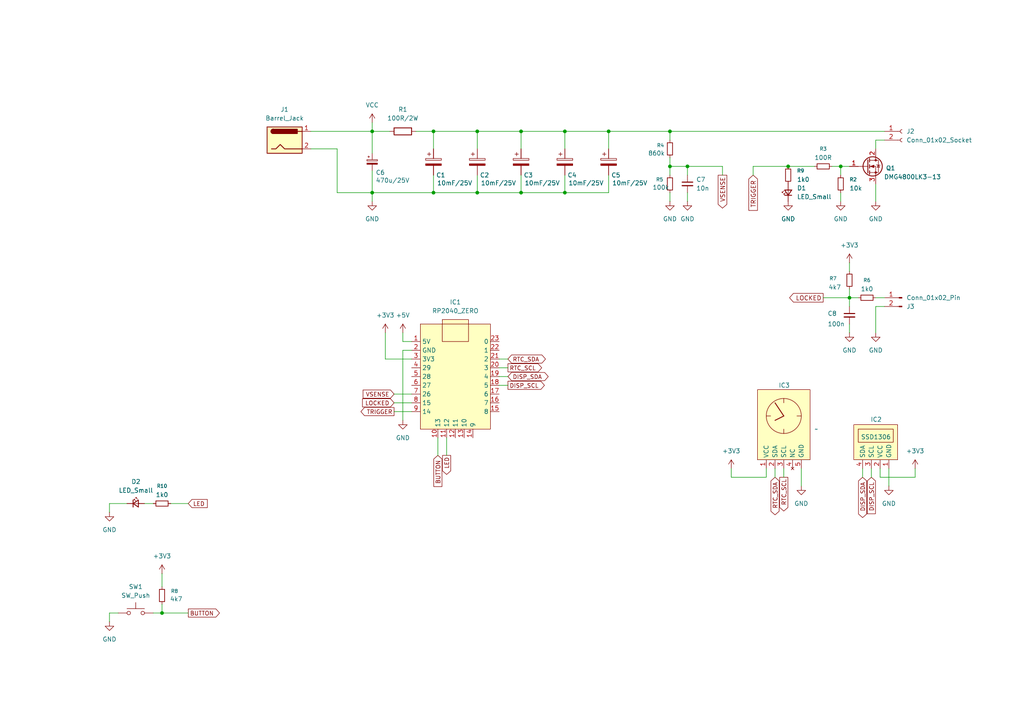
<source format=kicad_sch>
(kicad_sch (version 20250114) (generator "eeschema") (generator_version "9.0")
  (paper "A4")
  (lib_symbols
    (symbol "Connector:Barrel_Jack" (pin_names (offset 1.016))
      (property "Reference" "J" (at 0 5.334 0))
      (property "Value" "Barrel_Jack" (at 0 -5.08 0))
      (symbol "Barrel_Jack_0_1"
        (rectangle (start -5.08 3.81) (end 5.08 -3.81) (stroke (width 0.254)) (fill (type background)))
        (polyline (pts (xy -3.81 -2.54) (xy -2.54 -2.54) (xy -1.27 -1.27) (xy 0 -2.54) (xy 2.54 -2.54) (xy 5.08 -2.54)) (stroke (width 0.254)))
        (arc (start -3.302 1.905) (mid -3.9343 2.54) (end -3.302 3.175) (stroke (width 0.254)))
        (arc (start -3.302 1.905) (mid -3.9343 2.54) (end -3.302 3.175) (stroke (width 0.254)) (fill (type outline)))
        (rectangle (start 3.683 3.175) (end -3.302 1.905) (stroke (width 0.254)) (fill (type outline)))
        (polyline (pts (xy 5.08 2.54) (xy 3.81 2.54)) (stroke (width 0.254)))
      )
      (symbol "Barrel_Jack_1_1"
        (pin passive line (at 7.62 2.54 180) (length 2.54) (name "~") (number "1"))
        (pin passive line (at 7.62 -2.54 180) (length 2.54) (name "~") (number "2"))
      )
    )
    (symbol "Connector:Conn_01x02_Pin" (pin_names (offset 1.016) (hide yes))
      (property "Reference" "J" (at 0 2.54 0))
      (property "Value" "Conn_01x02_Pin" (at 0 -5.08 0))
      (symbol "Conn_01x02_Pin_1_1"
        (rectangle (start 0.8636 0.127) (end 0 -0.127) (stroke (width 0.1524)) (fill (type outline)))
        (rectangle (start 0.8636 -2.413) (end 0 -2.667) (stroke (width 0.1524)) (fill (type outline)))
        (polyline (pts (xy 1.27 0) (xy 0.8636 0)) (stroke (width 0.1524)))
        (polyline (pts (xy 1.27 -2.54) (xy 0.8636 -2.54)) (stroke (width 0.1524)))
        (pin passive line (at 5.08 0 180) (length 3.81) (name "Pin_1") (number "1"))
        (pin passive line (at 5.08 -2.54 180) (length 3.81) (name "Pin_2") (number "2"))
      )
    )
    (symbol "Connector:Conn_01x02_Socket" (pin_names (offset 1.016) (hide yes))
      (property "Reference" "J" (at 0 2.54 0))
      (property "Value" "Conn_01x02_Socket" (at 0 -5.08 0))
      (symbol "Conn_01x02_Socket_1_1"
        (polyline (pts (xy -1.27 0) (xy -0.508 0)) (stroke (width 0.1524)))
        (polyline (pts (xy -1.27 -2.54) (xy -0.508 -2.54)) (stroke (width 0.1524)))
        (arc (start 0 -0.508) (mid -0.5058 0) (end 0 0.508) (stroke (width 0.1524)))
        (arc (start 0 -3.048) (mid -0.5058 -2.54) (end 0 -2.032) (stroke (width 0.1524)))
        (pin passive line (at -5.08 0 0) (length 3.81) (name "Pin_1") (number "1"))
        (pin passive line (at -5.08 -2.54 0) (length 3.81) (name "Pin_2") (number "2"))
      )
    )
    (symbol "Device:C_Polarized" (pin_numbers (hide yes)) (pin_names (offset 0.254))
      (property "Reference" "C" (at 0.635 2.54 0))
      (property "Value" "C_Polarized" (at 0.635 -2.54 0))
      (symbol "C_Polarized_0_1"
        (rectangle (start -2.286 0.508) (end 2.286 1.016))
        (polyline (pts (xy -1.778 2.286) (xy -0.762 2.286)))
        (polyline (pts (xy -1.27 2.794) (xy -1.27 1.778)))
        (rectangle (start 2.286 -0.508) (end -2.286 -1.016) (fill (type outline)))
      )
      (symbol "C_Polarized_1_1"
        (pin passive line (at 0 3.81 270) (length 2.794) (name "~") (number "1"))
        (pin passive line (at 0 -3.81 90) (length 2.794) (name "~") (number "2"))
      )
    )
    (symbol "Device:C_Polarized_Small" (pin_numbers (hide yes)) (pin_names (offset 0.254) (hide yes))
      (property "Reference" "C" (at 0.254 1.778 0))
      (property "Value" "C_Polarized_Small" (at 0.254 -2.032 0))
      (symbol "C_Polarized_Small_0_1"
        (rectangle (start -1.524 0.6858) (end 1.524 0.3048))
        (rectangle (start -1.524 -0.3048) (end 1.524 -0.6858) (fill (type outline)))
        (polyline (pts (xy -1.27 1.524) (xy -0.762 1.524)))
        (polyline (pts (xy -1.016 1.27) (xy -1.016 1.778)))
      )
      (symbol "C_Polarized_Small_1_1"
        (pin passive line (at 0 2.54 270) (length 1.8542) (name "~") (number "1"))
        (pin passive line (at 0 -2.54 90) (length 1.8542) (name "~") (number "2"))
      )
    )
    (symbol "Device:C_Small" (pin_numbers (hide yes)) (pin_names (offset 0.254) (hide yes))
      (property "Reference" "C" (at 0.254 1.778 0))
      (property "Value" "C_Small" (at 0.254 -2.032 0))
      (symbol "C_Small_0_1"
        (polyline (pts (xy -1.524 0.508) (xy 1.524 0.508)) (stroke (width 0.3048)))
        (polyline (pts (xy -1.524 -0.508) (xy 1.524 -0.508)) (stroke (width 0.3302)))
      )
      (symbol "C_Small_1_1"
        (pin passive line (at 0 2.54 270) (length 2.032) (name "~") (number "1"))
        (pin passive line (at 0 -2.54 90) (length 2.032) (name "~") (number "2"))
      )
    )
    (symbol "Device:LED_Small" (pin_numbers (hide yes)) (pin_names (offset 0.254) (hide yes))
      (property "Reference" "D" (at -1.27 3.175 0))
      (property "Value" "LED_Small" (at -4.445 -2.54 0))
      (symbol "LED_Small_0_1"
        (polyline (pts (xy -0.762 -1.016) (xy -0.762 1.016)) (stroke (width 0.254)))
        (polyline (pts (xy 0 0.762) (xy -0.508 1.27) (xy -0.254 1.27) (xy -0.508 1.27) (xy -0.508 1.016)))
        (polyline (pts (xy 0.508 1.27) (xy 0 1.778) (xy 0.254 1.778) (xy 0 1.778) (xy 0 1.524)))
        (polyline (pts (xy 0.762 -1.016) (xy -0.762 0) (xy 0.762 1.016) (xy 0.762 -1.016)) (stroke (width 0.254)))
        (polyline (pts (xy 1.016 0) (xy -0.762 0)))
      )
      (symbol "LED_Small_1_1"
        (pin passive line (at -2.54 0 0) (length 1.778) (name "K") (number "1"))
        (pin passive line (at 2.54 0 180) (length 1.778) (name "A") (number "2"))
      )
    )
    (symbol "Device:Q_NMOS_GDS" (pin_names (offset 0) (hide yes))
      (property "Reference" "Q" (at 5.08 1.27 0))
      (property "Value" "Device_Q_NMOS_GDS" (at 5.08 -1.27 0))
      (symbol "Q_NMOS_GDS_0_1"
        (polyline (pts (xy 0.254 1.905) (xy 0.254 -1.905)) (stroke (width 0.254)))
        (polyline (pts (xy 0.254 0) (xy -2.54 0)))
        (polyline (pts (xy 0.762 2.286) (xy 0.762 1.27)) (stroke (width 0.254)))
        (polyline (pts (xy 0.762 0.508) (xy 0.762 -0.508)) (stroke (width 0.254)))
        (polyline (pts (xy 0.762 -1.27) (xy 0.762 -2.286)) (stroke (width 0.254)))
        (polyline (pts (xy 0.762 -1.778) (xy 3.302 -1.778) (xy 3.302 1.778) (xy 0.762 1.778)))
        (polyline (pts (xy 1.016 0) (xy 2.032 0.381) (xy 2.032 -0.381) (xy 1.016 0)) (fill (type outline)))
        (circle (center 1.651 0) (radius 2.794) (stroke (width 0.254)))
        (polyline (pts (xy 2.54 2.54) (xy 2.54 1.778)))
        (circle (center 2.54 1.778) (radius 0.254) (fill (type outline)))
        (circle (center 2.54 -1.778) (radius 0.254) (fill (type outline)))
        (polyline (pts (xy 2.54 -2.54) (xy 2.54 0) (xy 0.762 0)))
        (polyline (pts (xy 2.794 0.508) (xy 2.921 0.381) (xy 3.683 0.381) (xy 3.81 0.254)))
        (polyline (pts (xy 3.302 0.381) (xy 2.921 -0.254) (xy 3.683 -0.254) (xy 3.302 0.381)))
      )
      (symbol "Q_NMOS_GDS_1_1"
        (pin input line (at -5.08 0 0) (length 2.54) (name "G") (number "1"))
        (pin passive line (at 2.54 5.08 270) (length 2.54) (name "D") (number "2"))
        (pin passive line (at 2.54 -5.08 90) (length 2.54) (name "S") (number "3"))
      )
    )
    (symbol "Device:R" (pin_numbers (hide yes)) (pin_names (offset 0))
      (property "Reference" "R" (at 2.032 0 90))
      (property "Value" "R" (at 0 0 90))
      (symbol "R_0_1"
        (rectangle (start -1.016 -2.54) (end 1.016 2.54) (stroke (width 0.254)))
      )
      (symbol "R_1_1"
        (pin passive line (at 0 3.81 270) (length 1.27) (name "~") (number "1"))
        (pin passive line (at 0 -3.81 90) (length 1.27) (name "~") (number "2"))
      )
    )
    (symbol "Device:R_Small" (pin_numbers (hide yes)) (pin_names (offset 0.254) (hide yes))
      (property "Reference" "R" (at 0 0 90))
      (property "Value" "R_Small" (at 1.778 0 90))
      (symbol "R_Small_0_1"
        (rectangle (start -0.762 1.778) (end 0.762 -1.778) (stroke (width 0.2032)))
      )
      (symbol "R_Small_1_1"
        (pin passive line (at 0 2.54 270) (length 0.762) (name "~") (number "1"))
        (pin passive line (at 0 -2.54 90) (length 0.762) (name "~") (number "2"))
      )
    )
    (symbol "Switch:SW_Push" (pin_numbers (hide yes)) (pin_names (offset 1.016) (hide yes))
      (property "Reference" "SW" (at 1.27 2.54 0))
      (property "Value" "SW_Push" (at 0 -1.524 0))
      (symbol "SW_Push_0_1"
        (circle (center -2.032 0) (radius 0.508))
        (polyline (pts (xy 0 1.27) (xy 0 3.048)))
        (circle (center 2.032 0) (radius 0.508))
        (polyline (pts (xy 2.54 1.27) (xy -2.54 1.27)))
        (pin passive line (at -5.08 0 0) (length 2.54) (name "1") (number "1"))
        (pin passive line (at 5.08 0 180) (length 2.54) (name "2") (number "2"))
      )
    )
    (symbol "mySymbols:OLED_I2C"
      (property "Reference" "IC" (at 0 6.858 0))
      (symbol "OLED_I2C_0_1"
        (rectangle (start -5.08 3.81) (end 5.08 0))
      )
      (symbol "OLED_I2C_1_1"
        (rectangle (start -6.35 5.08) (end 6.35 -5.08) (fill (type background)))
        (pin bidirectional line (at -3.81 -7.62 90) (length 2.54) (name "SDA") (number "4"))
        (pin input line (at -1.27 -7.62 90) (length 2.54) (name "SCL") (number "3"))
        (pin power_in line (at 1.27 -7.62 90) (length 2.54) (name "VCC") (number "2"))
        (pin power_in line (at 3.81 -7.62 90) (length 2.54) (name "GND") (number "1"))
      )
    )
    (symbol "mySymbols:RP2040_ZERO"
      (property "Reference" "IC" (at 0 0 0))
      (property "Value" "RP2040_ZERO" (at 0 0 0))
      (symbol "RP2040_ZERO_1_1"
        (rectangle (start -10.16 15.24) (end 10.16 -15.24) (fill (type background)))
        (rectangle (start -3.81 16.51) (end 3.81 10.16) (fill (type background)))
        (pin power_in line (at -12.7 10.16 0) (length 2.54) (name "5V") (number "1"))
        (pin power_in line (at -12.7 7.62 0) (length 2.54) (name "GND") (number "2"))
        (pin power_out line (at -12.7 5.08 0) (length 2.54) (name "3V3") (number "3"))
        (pin bidirectional line (at -12.7 2.54 0) (length 2.54) (name "29") (number "4"))
        (pin bidirectional line (at -12.7 0 0) (length 2.54) (name "28") (number "5"))
        (pin bidirectional line (at -12.7 -2.54 0) (length 2.54) (name "27") (number "6"))
        (pin bidirectional line (at -12.7 -5.08 0) (length 2.54) (name "26") (number "7"))
        (pin bidirectional line (at -12.7 -7.62 0) (length 2.54) (name "15") (number "8"))
        (pin bidirectional line (at -12.7 -10.16 0) (length 2.54) (name "14") (number "9"))
        (pin bidirectional line (at -5.08 -17.78 90) (length 2.54) (name "13") (number "10"))
        (pin bidirectional line (at -2.54 -17.78 90) (length 2.54) (name "12") (number "11"))
        (pin bidirectional line (at 0 -17.78 90) (length 2.54) (name "11") (number "12"))
        (pin bidirectional line (at 2.54 -17.78 90) (length 2.54) (name "10") (number "13"))
        (pin bidirectional line (at 5.08 -17.78 90) (length 2.54) (name "9") (number "14"))
        (pin bidirectional line (at 12.7 10.16 180) (length 2.54) (name "0") (number "23"))
        (pin bidirectional line (at 12.7 7.62 180) (length 2.54) (name "1") (number "22"))
        (pin bidirectional line (at 12.7 5.08 180) (length 2.54) (name "2") (number "21"))
        (pin bidirectional line (at 12.7 2.54 180) (length 2.54) (name "3") (number "20"))
        (pin bidirectional line (at 12.7 0 180) (length 2.54) (name "4") (number "19"))
        (pin bidirectional line (at 12.7 -2.54 180) (length 2.54) (name "5") (number "18"))
        (pin bidirectional line (at 12.7 -5.08 180) (length 2.54) (name "6") (number "17"))
        (pin bidirectional line (at 12.7 -7.62 180) (length 2.54) (name "7") (number "16"))
        (pin bidirectional line (at 12.7 -10.16 180) (length 2.54) (name "8") (number "15"))
      )
    )
    (symbol "mySymbols:RTC"
      (property "Reference" "IC" (at 0 16.764 0))
      (symbol "RTC_0_1"
        (polyline (pts (xy -5.08 7.62) (xy -3.81 7.62)))
        (polyline (pts (xy 0 12.7) (xy 0 11.43)))
        (circle (center 0 7.62) (radius 5.08))
        (polyline (pts (xy 0 2.54) (xy 0 3.81)))
        (polyline (pts (xy 5.08 7.62) (xy 3.81 7.62)))
      )
      (symbol "RTC_1_1"
        (polyline (pts (xy -7.62 -5.08) (xy -7.62 15.24) (xy 7.62 15.24) (xy 7.62 -5.08) (xy -7.62 -5.08)) (fill (type background)))
        (polyline (pts (xy 0 7.62) (xy -2.54 11.43)) (stroke (width 0.254)))
        (polyline (pts (xy 0 7.62) (xy -2.54 6.35)) (stroke (width 0.254)))
        (pin power_in line (at -5.08 -7.62 90) (length 2.54) (name "VCC") (number "1"))
        (pin bidirectional line (at -2.54 -7.62 90) (length 2.54) (name "SDA") (number "2"))
        (pin output line (at 0 -7.62 90) (length 2.54) (name "SCL") (number "3"))
        (pin no_connect line (at 2.54 -7.62 90) (length 2.54) (name "NC") (number "4"))
        (pin power_in line (at 5.08 -7.62 90) (length 2.54) (name "GND") (number "5"))
      )
    )
    (symbol "power:+3V3" (power) (pin_numbers (hide yes)) (pin_names (offset 0) (hide yes))
      (property "Value" "+3V3" (at 0 3.556 0))
      (symbol "+3V3_0_1"
        (polyline (pts (xy -0.762 1.27) (xy 0 2.54)))
        (polyline (pts (xy 0 2.54) (xy 0.762 1.27)))
        (polyline (pts (xy 0 0) (xy 0 2.54)))
      )
      (symbol "+3V3_1_1"
        (pin power_in line (at 0 0 90) (length 0) (name "~") (number "1"))
      )
    )
    (symbol "power:+5V" (power) (pin_numbers (hide yes)) (pin_names (offset 0) (hide yes))
      (property "Value" "+5V" (at 0 3.556 0))
      (symbol "+5V_0_1"
        (polyline (pts (xy -0.762 1.27) (xy 0 2.54)))
        (polyline (pts (xy 0 2.54) (xy 0.762 1.27)))
        (polyline (pts (xy 0 0) (xy 0 2.54)))
      )
      (symbol "+5V_1_1"
        (pin power_in line (at 0 0 90) (length 0) (name "~") (number "1"))
      )
    )
    (symbol "power:GND" (power) (pin_numbers (hide yes)) (pin_names (offset 0) (hide yes))
      (property "Value" "GND" (at 0 -3.81 0))
      (symbol "GND_0_1"
        (polyline (pts (xy 0 0) (xy 0 -1.27) (xy 1.27 -1.27) (xy 0 -2.54) (xy -1.27 -1.27) (xy 0 -1.27)))
      )
      (symbol "GND_1_1"
        (pin power_in line (at 0 0 270) (length 0) (name "~") (number "1"))
      )
    )
    (symbol "power:VCC" (power) (pin_numbers (hide yes)) (pin_names (offset 0) (hide yes))
      (property "Value" "VCC" (at 0 3.556 0))
      (symbol "VCC_0_1"
        (polyline (pts (xy -0.762 1.27) (xy 0 2.54)))
        (polyline (pts (xy 0 2.54) (xy 0.762 1.27)))
        (polyline (pts (xy 0 0) (xy 0 2.54)))
      )
      (symbol "VCC_1_1"
        (pin power_in line (at 0 0 90) (length 0) (name "~") (number "1"))
      )
    )
  )
  (junction (at 125.73 38.1))
  (junction (at 163.83 38.1))
  (junction (at 194.31 38.1))
  (junction (at 163.83 55.88))
  (junction (at 151.13 55.88))
  (junction (at 107.95 55.88))
  (junction (at 138.43 55.88))
  (junction (at 46.99 177.8))
  (junction (at 107.95 38.1))
  (junction (at 176.53 38.1))
  (junction (at 246.38 86.36))
  (junction (at 125.73 55.88))
  (junction (at 138.43 38.1))
  (junction (at 199.39 48.26))
  (junction (at 228.6 48.26))
  (junction (at 243.84 48.26))
  (junction (at 194.31 48.26))
  (junction (at 151.13 38.1))
  (wire (pts (xy 107.95 55.88) (xy 107.95 58.42)))
  (wire (pts (xy 228.6 48.26) (xy 236.22 48.26)))
  (wire (pts (xy 254 53.34) (xy 254 58.42)))
  (wire (pts (xy 243.84 55.88) (xy 243.84 58.42)))
  (wire (pts (xy 107.95 35.56) (xy 107.95 38.1)))
  (wire (pts (xy 138.43 50.8) (xy 138.43 55.88)))
  (wire (pts (xy 107.95 55.88) (xy 125.73 55.88)))
  (wire (pts (xy 246.38 93.98) (xy 246.38 96.52)))
  (wire (pts (xy 176.53 43.18) (xy 176.53 38.1)))
  (wire (pts (xy 151.13 38.1) (xy 138.43 38.1)))
  (wire (pts (xy 107.95 49.53) (xy 107.95 55.88)))
  (wire (pts (xy 199.39 55.88) (xy 199.39 58.42)))
  (wire (pts (xy 194.31 38.1) (xy 256.54 38.1)))
  (wire (pts (xy 246.38 76.2) (xy 246.38 78.74)))
  (wire (pts (xy 129.54 127) (xy 129.54 132.08)))
  (wire (pts (xy 31.75 177.8) (xy 31.75 180.34)))
  (wire (pts (xy 243.84 50.8) (xy 243.84 48.26)))
  (wire (pts (xy 116.84 121.92) (xy 116.84 101.6)))
  (wire (pts (xy 97.79 55.88) (xy 107.95 55.88)))
  (wire (pts (xy 46.99 166.37) (xy 46.99 170.18)))
  (wire (pts (xy 176.53 38.1) (xy 163.83 38.1)))
  (wire (pts (xy 107.95 38.1) (xy 113.03 38.1)))
  (wire (pts (xy 46.99 177.8) (xy 54.61 177.8)))
  (wire (pts (xy 252.73 138.43) (xy 252.73 135.89)))
  (wire (pts (xy 138.43 38.1) (xy 125.73 38.1)))
  (wire (pts (xy 31.75 146.05) (xy 31.75 148.59)))
  (wire (pts (xy 41.91 146.05) (xy 44.45 146.05)))
  (wire (pts (xy 163.83 55.88) (xy 151.13 55.88)))
  (wire (pts (xy 255.27 138.43) (xy 265.43 138.43)))
  (wire (pts (xy 243.84 48.26) (xy 246.38 48.26)))
  (wire (pts (xy 138.43 38.1) (xy 138.43 43.18)))
  (wire (pts (xy 114.3 116.84) (xy 119.38 116.84)))
  (wire (pts (xy 97.79 43.18) (xy 97.79 55.88)))
  (wire (pts (xy 147.32 109.22) (xy 144.78 109.22)))
  (wire (pts (xy 194.31 55.88) (xy 194.31 58.42)))
  (wire (pts (xy 250.19 135.89) (xy 250.19 138.43)))
  (wire (pts (xy 144.78 106.68) (xy 147.32 106.68)))
  (wire (pts (xy 127 132.08) (xy 127 127)))
  (wire (pts (xy 111.76 96.52) (xy 111.76 104.14)))
  (wire (pts (xy 114.3 114.3) (xy 119.38 114.3)))
  (wire (pts (xy 151.13 38.1) (xy 151.13 43.18)))
  (wire (pts (xy 176.53 38.1) (xy 194.31 38.1)))
  (wire (pts (xy 119.38 99.06) (xy 116.84 99.06)))
  (wire (pts (xy 194.31 38.1) (xy 194.31 40.64)))
  (wire (pts (xy 44.45 177.8) (xy 46.99 177.8)))
  (wire (pts (xy 232.41 135.89) (xy 232.41 140.97)))
  (wire (pts (xy 138.43 55.88) (xy 125.73 55.88)))
  (wire (pts (xy 125.73 38.1) (xy 125.73 43.18)))
  (wire (pts (xy 107.95 38.1) (xy 107.95 44.45)))
  (wire (pts (xy 194.31 45.72) (xy 194.31 48.26)))
  (wire (pts (xy 90.17 43.18) (xy 97.79 43.18)))
  (wire (pts (xy 116.84 101.6) (xy 119.38 101.6)))
  (wire (pts (xy 176.53 50.8) (xy 176.53 55.88)))
  (wire (pts (xy 34.29 177.8) (xy 31.75 177.8)))
  (wire (pts (xy 199.39 48.26) (xy 209.55 48.26)))
  (wire (pts (xy 163.83 38.1) (xy 151.13 38.1)))
  (wire (pts (xy 116.84 99.06) (xy 116.84 96.52)))
  (wire (pts (xy 256.54 40.64) (xy 254 40.64)))
  (wire (pts (xy 212.09 135.89) (xy 212.09 138.43)))
  (wire (pts (xy 209.55 48.26) (xy 209.55 50.8)))
  (wire (pts (xy 241.3 48.26) (xy 243.84 48.26)))
  (wire (pts (xy 257.81 135.89) (xy 257.81 140.97)))
  (wire (pts (xy 224.79 135.89) (xy 224.79 138.43)))
  (wire (pts (xy 254 86.36) (xy 256.54 86.36)))
  (wire (pts (xy 176.53 55.88) (xy 163.83 55.88)))
  (wire (pts (xy 125.73 55.88) (xy 125.73 50.8)))
  (wire (pts (xy 114.3 119.38) (xy 119.38 119.38)))
  (wire (pts (xy 254 40.64) (xy 254 43.18)))
  (wire (pts (xy 222.25 135.89) (xy 222.25 138.43)))
  (wire (pts (xy 218.44 48.26) (xy 228.6 48.26)))
  (wire (pts (xy 246.38 83.82) (xy 246.38 86.36)))
  (wire (pts (xy 227.33 135.89) (xy 227.33 138.43)))
  (wire (pts (xy 151.13 50.8) (xy 151.13 55.88)))
  (wire (pts (xy 49.53 146.05) (xy 54.61 146.05)))
  (wire (pts (xy 90.17 38.1) (xy 107.95 38.1)))
  (wire (pts (xy 246.38 86.36) (xy 248.92 86.36)))
  (wire (pts (xy 163.83 38.1) (xy 163.83 43.18)))
  (wire (pts (xy 238.76 86.36) (xy 246.38 86.36)))
  (wire (pts (xy 218.44 48.26) (xy 218.44 50.8)))
  (wire (pts (xy 194.31 48.26) (xy 194.31 50.8)))
  (wire (pts (xy 119.38 104.14) (xy 111.76 104.14)))
  (wire (pts (xy 199.39 48.26) (xy 199.39 50.8)))
  (wire (pts (xy 147.32 111.76) (xy 144.78 111.76)))
  (wire (pts (xy 265.43 135.89) (xy 265.43 138.43)))
  (wire (pts (xy 163.83 50.8) (xy 163.83 55.88)))
  (wire (pts (xy 254 88.9) (xy 254 96.52)))
  (wire (pts (xy 144.78 104.14) (xy 147.32 104.14)))
  (wire (pts (xy 151.13 55.88) (xy 138.43 55.88)))
  (wire (pts (xy 256.54 88.9) (xy 254 88.9)))
  (wire (pts (xy 31.75 146.05) (xy 36.83 146.05)))
  (wire (pts (xy 46.99 175.26) (xy 46.99 177.8)))
  (wire (pts (xy 255.27 135.89) (xy 255.27 138.43)))
  (wire (pts (xy 246.38 86.36) (xy 246.38 88.9)))
  (wire (pts (xy 194.31 48.26) (xy 199.39 48.26)))
  (wire (pts (xy 222.25 138.43) (xy 212.09 138.43)))
  (wire (pts (xy 120.65 38.1) (xy 125.73 38.1)))
  (global_label "LOCKED" (shape output) (at 238.76 86.36 180) (property "Intersheetrefs" "${INTERSHEET_REFS}" (effects (hide yes))))
  (global_label "RTC_SDA" (shape bidirectional) (at 224.79 138.43 270) (effects (font (size 1.1938 1.1938))) (property "Intersheetrefs" "${INTERSHEET_REFS}" (effects (hide yes))))
  (global_label "DISP_SDA" (shape bidirectional) (at 147.32 109.22 0) (effects (font (size 1.1938 1.1938))) (property "Intersheetrefs" "${INTERSHEET_REFS}" (effects (hide yes))))
  (global_label "BUTTON" (shape input) (at 127 132.08 270) (effects (font (size 1.1938 1.1938))) (property "Intersheetrefs" "${INTERSHEET_REFS}" (effects (hide yes))))
  (global_label "VSENSE" (shape output) (at 209.55 50.8 270) (property "Intersheetrefs" "${INTERSHEET_REFS}" (effects (hide yes))))
  (global_label "TRIGGER" (shape output) (at 114.3 119.38 180) (effects (font (size 1.1938 1.1938))) (property "Intersheetrefs" "${INTERSHEET_REFS}" (effects (hide yes))))
  (global_label "RTC_SCL" (shape output) (at 147.32 106.68 0) (effects (font (size 1.1938 1.1938))) (property "Intersheetrefs" "${INTERSHEET_REFS}" (effects (hide yes))))
  (global_label "RTC_SDA" (shape bidirectional) (at 147.32 104.14 0) (effects (font (size 1.1938 1.1938))) (property "Intersheetrefs" "${INTERSHEET_REFS}" (effects (hide yes))))
  (global_label "RTC_SCL" (shape output) (at 227.33 138.43 270) (effects (font (size 1.1938 1.1938))) (property "Intersheetrefs" "${INTERSHEET_REFS}" (effects (hide yes))))
  (global_label "DISP_SCL" (shape input) (at 252.73 138.43 270) (effects (font (size 1.1938 1.1938))) (property "Intersheetrefs" "${INTERSHEET_REFS}" (effects (hide yes))))
  (global_label "LED" (shape input) (at 54.61 146.05 0) (effects (font (size 1.1938 1.1938))) (property "Intersheetrefs" "${INTERSHEET_REFS}" (effects (hide yes))))
  (global_label "BUTTON" (shape output) (at 54.61 177.8 0) (effects (font (size 1.1938 1.1938))) (property "Intersheetrefs" "${INTERSHEET_REFS}" (effects (hide yes))))
  (global_label "DISP_SCL" (shape output) (at 147.32 111.76 0) (effects (font (size 1.1938 1.1938))) (property "Intersheetrefs" "${INTERSHEET_REFS}" (effects (hide yes))))
  (global_label "LOCKED" (shape input) (at 114.3 116.84 180) (effects (font (size 1.1938 1.1938))) (property "Intersheetrefs" "${INTERSHEET_REFS}" (effects (hide yes))))
  (global_label "DISP_SDA" (shape bidirectional) (at 250.19 138.43 270) (effects (font (size 1.1938 1.1938))) (property "Intersheetrefs" "${INTERSHEET_REFS}" (effects (hide yes))))
  (global_label "LED" (shape output) (at 129.54 132.08 270) (effects (font (size 1.1938 1.1938))) (property "Intersheetrefs" "${INTERSHEET_REFS}" (effects (hide yes))))
  (global_label "VSENSE" (shape input) (at 114.3 114.3 180) (effects (font (size 1.1938 1.1938))) (property "Intersheetrefs" "${INTERSHEET_REFS}" (effects (hide yes))))
  (global_label "TRIGGER" (shape input) (at 218.44 50.8 270) (property "Intersheetrefs" "${INTERSHEET_REFS}" (effects (hide yes))))
  (symbol (lib_id "Device:Q_NMOS_GDS") (at 251.46 48.26 0) (unit 1)
    (property "Reference" "Q1" (at 258.318 48.768 0))
    (property "Value" "DMG4800LK3-13" (at 264.668 51.308 0))
    (property "Footprint" "Package_TO_SOT_SMD:TO-252-3_TabPin2" (effects (hide yes)))
  )
  (symbol (lib_id "power:GND") (at 257.81 140.97 0) (unit 1)
    (property "Reference" "#PWR018" (effects (hide yes)))
    (property "Value" "GND" (at 257.81 146.05 0))
    (property "Description" "Power symbol creates a global label with name \"GND\" , ground" (effects (hide yes)))
  )
  (symbol (lib_id "Device:R_Small") (at 251.46 86.36 90) (unit 1)
    (property "Reference" "R6" (at 251.46 81.28 90) (effects (font (size 1.016 1.016))))
    (property "Value" "1k0" (at 251.46 83.82 90))
    (property "Footprint" "Resistor_SMD:R_0603_1608Metric" (effects (hide yes)))
    (property "Description" "Resistor, small symbol" (effects (hide yes)))
  )
  (symbol (lib_id "Device:LED_Small") (at 39.37 146.05 0) (unit 1)
    (property "Reference" "D2" (at 39.4335 139.7 0))
    (property "Value" "LED_Small" (at 39.4335 142.24 0))
    (property "Description" "Light emitting diode, small symbol" (effects (hide yes)))
    (property "Sim.Pin" "1=K 2=A" (effects (hide yes)))
  )
  (symbol (lib_id "Device:C_Small") (at 199.39 53.34 0) (unit 1)
    (property "Reference" "C7" (at 201.93 52.0762 0) (effects (justify left)))
    (property "Value" "10n" (at 201.93 54.6162 0) (effects (justify left)))
    (property "Footprint" "Capacitor_SMD:C_0603_1608Metric" (effects (hide yes)))
    (property "Description" "Unpolarized capacitor, small symbol" (effects (hide yes)))
  )
  (symbol (lib_id "power:GND") (at 246.38 96.52 0) (unit 1)
    (property "Reference" "#PWR09" (effects (hide yes)))
    (property "Value" "GND" (at 246.38 101.6 0))
    (property "Description" "Power symbol creates a global label with name \"GND\" , ground" (effects (hide yes)))
  )
  (symbol (lib_id "power:GND") (at 31.75 148.59 0) (unit 1)
    (property "Reference" "#PWR016" (effects (hide yes)))
    (property "Value" "GND" (at 31.75 153.67 0))
    (property "Description" "Power symbol creates a global label with name \"GND\" , ground" (effects (hide yes)))
  )
  (symbol (lib_id "Device:R_Small") (at 194.31 53.34 0) (unit 1)
    (property "Reference" "R5" (at 190.246 52.07 0) (effects (font (size 1.016 1.016)) (justify left)))
    (property "Value" "100k" (at 189.23 54.356 0) (effects (justify left)))
    (property "Footprint" "Resistor_SMD:R_0603_1608Metric" (effects (hide yes)))
    (property "Description" "Resistor, small symbol" (effects (hide yes)))
  )
  (symbol (lib_id "power:GND") (at 116.84 121.92 0) (unit 1)
    (property "Reference" "#PWR07" (effects (hide yes)))
    (property "Value" "GND" (at 116.84 127 0))
    (property "Description" "Power symbol creates a global label with name \"GND\" , ground" (effects (hide yes)))
  )
  (symbol (lib_id "power:GND") (at 199.39 58.42 0) (unit 1)
    (property "Reference" "#PWR06" (effects (hide yes)))
    (property "Value" "GND" (at 199.39 63.5 0))
    (property "Description" "Power symbol creates a global label with name \"GND\" , ground" (effects (hide yes)))
  )
  (symbol (lib_id "power:GND") (at 254 96.52 0) (unit 1)
    (property "Reference" "#PWR010" (effects (hide yes)))
    (property "Value" "GND" (at 254 101.6 0))
    (property "Description" "Power symbol creates a global label with name \"GND\" , ground" (effects (hide yes)))
  )
  (symbol (lib_id "Device:R_Small") (at 238.76 48.26 90) (unit 1)
    (property "Reference" "R3" (at 238.76 43.18 90) (effects (font (size 1.016 1.016))))
    (property "Value" "100R" (at 238.76 45.72 90))
    (property "Footprint" "Resistor_SMD:R_0603_1608Metric" (effects (hide yes)))
    (property "Description" "Resistor, small symbol" (effects (hide yes)))
  )
  (symbol (lib_id "Connector:Conn_01x02_Pin") (at 261.62 86.36 0) (mirror y) (unit 1)
    (property "Reference" "J3" (at 262.89 88.9001 0) (effects (justify right)))
    (property "Value" "Conn_01x02_Pin" (at 262.89 86.3601 0) (effects (justify right)))
    (property "Description" "Generic connector, single row, 01x02, script generated" (effects (hide yes)))
  )
  (symbol (lib_id "Device:C_Polarized") (at 125.73 46.99 0) (unit 1)
    (property "Reference" "C1" (at 126.492 50.8 0) (effects (justify left)))
    (property "Value" "10mF/25V" (at 126.746 53.086 0) (effects (justify left)))
    (property "Footprint" "Capacitor_THT:CP_Radial_D18.0mm_P7.50mm" (effects (hide yes)))
    (property "Description" "Polarized capacitor" (effects (hide yes)))
  )
  (symbol (lib_id "Device:R_Small") (at 46.99 146.05 90) (unit 1)
    (property "Reference" "R10" (at 46.99 140.97 90) (effects (font (size 1.016 1.016))))
    (property "Value" "1k0" (at 46.99 143.51 90))
    (property "Footprint" "Resistor_SMD:R_0603_1608Metric" (effects (hide yes)))
    (property "Description" "Resistor, small symbol" (effects (hide yes)))
  )
  (symbol (lib_id "mySymbols:RTC") (at 227.33 128.27 0) (unit 1)
    (property "Reference" "IC3" (at 225.806 111.76 0) (effects (justify left)))
    (property "Value" "~" (at 236.22 124.4599 0) (effects (justify left)))
  )
  (symbol (lib_id "Device:C_Polarized") (at 138.43 46.99 0) (unit 1)
    (property "Reference" "C2" (at 139.192 50.8 0) (effects (justify left)))
    (property "Value" "10mF/25V" (at 139.446 53.086 0) (effects (justify left)))
    (property "Footprint" "Capacitor_THT:CP_Radial_D18.0mm_P7.50mm" (effects (hide yes)))
    (property "Description" "Polarized capacitor" (effects (hide yes)))
  )
  (symbol (lib_id "Device:C_Polarized") (at 163.83 46.99 0) (unit 1)
    (property "Reference" "C4" (at 164.592 50.8 0) (effects (justify left)))
    (property "Value" "10mF/25V" (at 164.846 53.086 0) (effects (justify left)))
    (property "Footprint" "Capacitor_THT:CP_Radial_D18.0mm_P7.50mm" (effects (hide yes)))
    (property "Description" "Polarized capacitor" (effects (hide yes)))
  )
  (symbol (lib_id "Switch:SW_Push") (at 39.37 177.8 0) (unit 1)
    (property "Reference" "SW1" (at 39.37 170.18 0))
    (property "Value" "SW_Push" (at 39.37 172.72 0))
    (property "Description" "Push button switch, generic, two pins" (effects (hide yes)))
  )
  (symbol (lib_id "power:GND") (at 194.31 58.42 0) (unit 1)
    (property "Reference" "#PWR05" (effects (hide yes)))
    (property "Value" "GND" (at 194.31 63.5 0))
    (property "Description" "Power symbol creates a global label with name \"GND\" , ground" (effects (hide yes)))
  )
  (symbol (lib_id "Device:C_Small") (at 246.38 91.44 0) (unit 1)
    (property "Reference" "C8" (at 240.03 90.932 0) (effects (justify left)))
    (property "Value" "100n" (at 240.03 93.98 0) (effects (justify left)))
    (property "Footprint" "Capacitor_SMD:C_0603_1608Metric" (effects (hide yes)))
    (property "Description" "Unpolarized capacitor, small symbol" (effects (hide yes)))
  )
  (symbol (lib_id "mySymbols:RP2040_ZERO") (at 132.08 109.22 0) (unit 1)
    (property "Reference" "IC1" (at 132.08 87.63 0))
    (property "Value" "RP2040_ZERO" (at 132.08 90.17 0))
  )
  (symbol (lib_id "Device:R_Small") (at 228.6 50.8 180) (unit 1)
    (property "Reference" "R9" (at 231.14 49.5299 0) (effects (font (size 1.016 1.016)) (justify right)))
    (property "Value" "1k0" (at 231.14 52.0699 0) (effects (justify right)))
    (property "Footprint" "Resistor_SMD:R_0603_1608Metric" (effects (hide yes)))
    (property "Description" "Resistor, small symbol" (effects (hide yes)))
  )
  (symbol (lib_id "Device:R") (at 116.84 38.1 90) (unit 1)
    (property "Reference" "R1" (at 116.84 31.75 90))
    (property "Value" "100R/2W" (at 116.84 34.29 90))
    (property "Footprint" "Resistor_THT:R_Axial_DIN0414_L11.9mm_D4.5mm_P15.24mm_Horizontal" (effects (hide yes)))
    (property "Description" "Resistor" (effects (hide yes)))
  )
  (symbol (lib_id "mySymbols:OLED_I2C") (at 254 128.27 0) (unit 1)
    (property "Reference" "IC2" (at 252.476 121.666 0) (effects (justify left)))
    (property "Value" "SSD1306" (at 249.682 126.746 0) (effects (justify left)))
  )
  (symbol (lib_id "power:GND") (at 243.84 58.42 0) (unit 1)
    (property "Reference" "#PWR04" (effects (hide yes)))
    (property "Value" "GND" (at 243.84 63.5 0))
    (property "Description" "Power symbol creates a global label with name \"GND\" , ground" (effects (hide yes)))
  )
  (symbol (lib_id "power:GND") (at 254 58.42 0) (unit 1)
    (property "Reference" "#PWR03" (effects (hide yes)))
    (property "Value" "GND" (at 254 63.5 0))
    (property "Description" "Power symbol creates a global label with name \"GND\" , ground" (effects (hide yes)))
  )
  (symbol (lib_id "power:+3V3") (at 111.76 96.52 0) (unit 1)
    (property "Reference" "#PWR011" (effects (hide yes)))
    (property "Value" "+3V3" (at 111.76 91.44 0))
    (property "Description" "Power symbol creates a global label with name \"+3V3\"" (effects (hide yes)))
  )
  (symbol (lib_id "Device:R_Small") (at 194.31 43.18 0) (unit 1)
    (property "Reference" "R4" (at 190.5 42.164 0) (effects (font (size 1.016 1.016)) (justify left)))
    (property "Value" "860k" (at 187.96 44.45 0) (effects (justify left)))
    (property "Footprint" "Resistor_SMD:R_0603_1608Metric" (effects (hide yes)))
    (property "Description" "Resistor, small symbol" (effects (hide yes)))
  )
  (symbol (lib_id "power:GND") (at 31.75 180.34 0) (unit 1)
    (property "Reference" "#PWR013" (effects (hide yes)))
    (property "Value" "GND" (at 31.75 185.42 0))
    (property "Description" "Power symbol creates a global label with name \"GND\" , ground" (effects (hide yes)))
  )
  (symbol (lib_id "power:GND") (at 232.41 140.97 0) (unit 1)
    (property "Reference" "#PWR019" (effects (hide yes)))
    (property "Value" "GND" (at 232.41 146.05 0))
    (property "Description" "Power symbol creates a global label with name \"GND\" , ground" (effects (hide yes)))
  )
  (symbol (lib_id "power:+5V") (at 116.84 96.52 0) (unit 1)
    (property "Reference" "#PWR08" (effects (hide yes)))
    (property "Value" "+5V" (at 116.84 91.44 0))
    (property "Description" "Power symbol creates a global label with name \"+5V\"" (effects (hide yes)))
  )
  (symbol (lib_id "power:+3V3") (at 212.09 135.89 0) (unit 1)
    (property "Reference" "#PWR020" (effects (hide yes)))
    (property "Value" "+3V3" (at 212.09 130.81 0))
    (property "Description" "Power symbol creates a global label with name \"+3V3\"" (effects (hide yes)))
  )
  (symbol (lib_id "power:+3V3") (at 46.99 166.37 0) (unit 1)
    (property "Reference" "#PWR014" (effects (hide yes)))
    (property "Value" "+3V3" (at 46.99 161.29 0))
    (property "Description" "Power symbol creates a global label with name \"+3V3\"" (effects (hide yes)))
  )
  (symbol (lib_id "Device:LED_Small") (at 228.6 55.88 90) (unit 1)
    (property "Reference" "D1" (at 231.14 54.5464 90) (effects (justify right)))
    (property "Value" "LED_Small" (at 231.14 57.0864 90) (effects (justify right)))
    (property "Description" "Light emitting diode, small symbol" (effects (hide yes)))
    (property "Sim.Pin" "1=K 2=A" (effects (hide yes)))
  )
  (symbol (lib_id "power:GND") (at 228.6 58.42 0) (unit 1)
    (property "Reference" "#PWR015" (effects (hide yes)))
    (property "Value" "GND" (at 228.6 63.5 0))
    (property "Description" "Power symbol creates a global label with name \"GND\" , ground" (effects (hide yes)))
  )
  (symbol (lib_id "power:+3V3") (at 265.43 135.89 0) (unit 1)
    (property "Reference" "#PWR017" (effects (hide yes)))
    (property "Value" "+3V3" (at 265.43 130.81 0))
    (property "Description" "Power symbol creates a global label with name \"+3V3\"" (effects (hide yes)))
  )
  (symbol (lib_id "Device:C_Polarized_Small") (at 107.95 46.99 0) (unit 1)
    (property "Reference" "C6" (at 108.966 50.038 0) (effects (justify left)))
    (property "Value" "470u/25V" (at 108.966 52.324 0) (effects (justify left)))
    (property "Footprint" "Capacitor_THT:CP_Radial_D8.0mm_P3.50mm" (effects (hide yes)))
    (property "Description" "Polarized capacitor, small symbol" (effects (hide yes)))
  )
  (symbol (lib_id "Device:C_Polarized") (at 151.13 46.99 0) (unit 1)
    (property "Reference" "C3" (at 151.892 50.8 0) (effects (justify left)))
    (property "Value" "10mF/25V" (at 152.146 53.086 0) (effects (justify left)))
    (property "Footprint" "Capacitor_THT:CP_Radial_D18.0mm_P7.50mm" (effects (hide yes)))
    (property "Description" "Polarized capacitor" (effects (hide yes)))
  )
  (symbol (lib_id "Connector:Barrel_Jack") (at 82.55 40.64 0) (unit 1)
    (property "Reference" "J1" (at 82.55 31.75 0))
    (property "Value" "Barrel_Jack" (at 82.55 34.29 0))
    (property "Footprint" "Connector_BarrelJack:BarrelJack_GCT_DCJ200-10-A_Horizontal" (effects (hide yes)))
    (property "Description" "DC Barrel Jack" (effects (hide yes)))
  )
  (symbol (lib_id "Device:R_Small") (at 246.38 81.28 0) (unit 1)
    (property "Reference" "R7" (at 240.538 80.772 0) (effects (font (size 1.016 1.016)) (justify left)))
    (property "Value" "4k7" (at 240.284 83.312 0) (effects (justify left)))
    (property "Footprint" "Resistor_SMD:R_0603_1608Metric" (effects (hide yes)))
    (property "Description" "Resistor, small symbol" (effects (hide yes)))
  )
  (symbol (lib_id "Device:R_Small") (at 243.84 53.34 0) (unit 1)
    (property "Reference" "R2" (at 246.38 52.0699 0) (effects (font (size 1.016 1.016)) (justify left)))
    (property "Value" "10k" (at 246.38 54.6099 0) (effects (justify left)))
    (property "Footprint" "Resistor_SMD:R_0603_1608Metric" (effects (hide yes)))
    (property "Description" "Resistor, small symbol" (effects (hide yes)))
  )
  (symbol (lib_id "power:+3V3") (at 246.38 76.2 0) (unit 1)
    (property "Reference" "#PWR012" (effects (hide yes)))
    (property "Value" "+3V3" (at 246.38 71.12 0))
    (property "Description" "Power symbol creates a global label with name \"+3V3\"" (effects (hide yes)))
  )
  (symbol (lib_id "Connector:Conn_01x02_Socket") (at 261.62 38.1 0) (unit 1)
    (property "Reference" "J2" (at 262.89 38.0999 0) (effects (justify left)))
    (property "Value" "Conn_01x02_Socket" (at 262.89 40.6399 0) (effects (justify left)))
    (property "Description" "Generic connector, single row, 01x02, script generated" (effects (hide yes)))
  )
  (symbol (lib_id "Device:C_Polarized") (at 176.53 46.99 0) (unit 1)
    (property "Reference" "C5" (at 177.292 50.8 0) (effects (justify left)))
    (property "Value" "10mF/25V" (at 177.546 53.086 0) (effects (justify left)))
    (property "Footprint" "Capacitor_THT:CP_Radial_D18.0mm_P7.50mm" (effects (hide yes)))
    (property "Description" "Polarized capacitor" (effects (hide yes)))
  )
  (symbol (lib_id "power:VCC") (at 107.95 35.56 0) (unit 1)
    (property "Reference" "#PWR02" (effects (hide yes)))
    (property "Value" "VCC" (at 107.95 30.48 0))
    (property "Description" "Power symbol creates a global label with name \"VCC\"" (effects (hide yes)))
  )
  (symbol (lib_id "Device:R_Small") (at 46.99 172.72 0) (unit 1)
    (property "Reference" "R8" (at 49.53 171.45 0) (effects (font (size 1.016 1.016)) (justify left)))
    (property "Value" "4k7" (at 49.276 173.736 0) (effects (justify left)))
    (property "Footprint" "Resistor_SMD:R_0603_1608Metric" (effects (hide yes)))
    (property "Description" "Resistor, small symbol" (effects (hide yes)))
  )
  (symbol (lib_id "power:GND") (at 107.95 58.42 0) (unit 1)
    (property "Reference" "#PWR01" (effects (hide yes)))
    (property "Value" "GND" (at 107.95 63.5 0))
    (property "Description" "Power symbol creates a global label with name \"GND\" , ground" (effects (hide yes)))
  )
)
</source>
